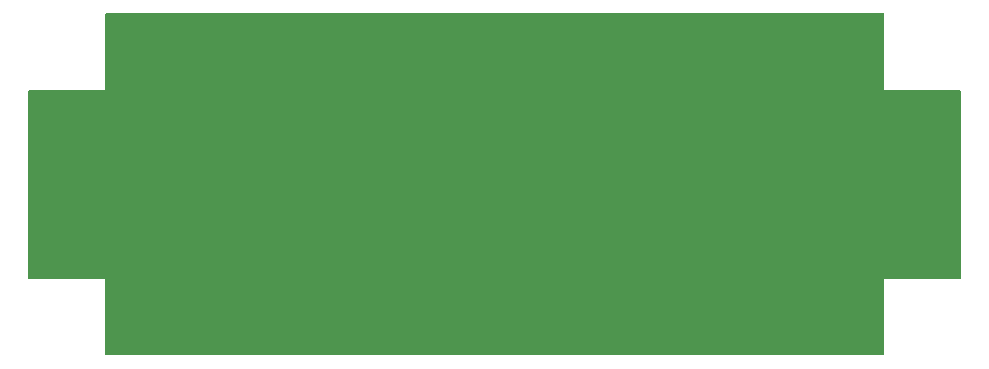
<source format=gbr>
%TF.GenerationSoftware,KiCad,Pcbnew,6.0.1-79c1e3a40b~116~ubuntu20.04.1*%
%TF.CreationDate,2022-10-21T13:42:48+09:00*%
%TF.ProjectId,HV-terminal-branch-board-2-4,48562d74-6572-46d6-996e-616c2d627261,1.0*%
%TF.SameCoordinates,Original*%
%TF.FileFunction,Copper,L2,Bot*%
%TF.FilePolarity,Positive*%
%FSLAX46Y46*%
G04 Gerber Fmt 4.6, Leading zero omitted, Abs format (unit mm)*
G04 Created by KiCad (PCBNEW 6.0.1-79c1e3a40b~116~ubuntu20.04.1) date 2022-10-21 13:42:48*
%MOMM*%
%LPD*%
G01*
G04 APERTURE LIST*
%TA.AperFunction,ComponentPad*%
%ADD10C,6.800000*%
%TD*%
%TA.AperFunction,ConnectorPad*%
%ADD11C,12.800000*%
%TD*%
%TA.AperFunction,ViaPad*%
%ADD12C,0.800000*%
%TD*%
G04 APERTURE END LIST*
D10*
%TO.P,J6,1,Pin_1*%
%TO.N,VBAT(+{slash}-)*%
X137000000Y-83000000D03*
D11*
X137000000Y-83000000D03*
%TD*%
%TO.P,J3,1,Pin_1*%
%TO.N,VBAT(+{slash}-)*%
X95000000Y-67000000D03*
D10*
X95000000Y-67000000D03*
%TD*%
%TO.P,J1,1,Pin_1*%
%TO.N,VBAT(+{slash}-)*%
X111000000Y-67000000D03*
D11*
X111000000Y-67000000D03*
%TD*%
%TO.P,J2,1,Pin_1*%
%TO.N,VBAT(+{slash}-)*%
X145000000Y-67000000D03*
D10*
X145000000Y-67000000D03*
%TD*%
%TO.P,J4,1,Pin_1*%
%TO.N,VBAT(+{slash}-)*%
X103000000Y-83000000D03*
D11*
X103000000Y-83000000D03*
%TD*%
%TO.P,J5,1,Pin_1*%
%TO.N,VBAT(+{slash}-)*%
X129000000Y-67000000D03*
D10*
X129000000Y-67000000D03*
%TD*%
D12*
%TO.N,VBAT(+{slash}-)*%
X127500000Y-75000000D03*
X144975418Y-82489104D03*
X87500000Y-65000000D03*
X125007993Y-87503790D03*
X152507993Y-65003790D03*
X107507993Y-75003790D03*
X154974023Y-79999999D03*
X154992535Y-75003789D03*
X109964466Y-80031291D03*
X122500000Y-77500000D03*
X92500000Y-85000000D03*
X152484542Y-74999999D03*
X87500000Y-87500000D03*
X120000000Y-72500000D03*
X127467312Y-84978208D03*
X112472459Y-85013290D03*
X90000000Y-87500000D03*
X142500000Y-75000000D03*
X125007993Y-75003790D03*
X85000000Y-82500000D03*
X114996248Y-74964918D03*
X122500000Y-75000000D03*
X157500000Y-75000000D03*
X137484806Y-72494289D03*
X114960714Y-84974418D03*
X120000000Y-75000000D03*
X87500000Y-82500000D03*
X95000000Y-80000000D03*
X125007993Y-77503790D03*
X114960714Y-79996209D03*
X147507993Y-80003790D03*
X90000000Y-80000000D03*
X144975418Y-84978208D03*
X152507993Y-70003790D03*
X112472459Y-82524186D03*
X112503752Y-77535082D03*
X85000000Y-70000000D03*
X94992007Y-87480753D03*
X154974023Y-82489104D03*
X87500000Y-67500000D03*
X155000000Y-77500000D03*
X102500000Y-65000000D03*
X82500000Y-67500000D03*
X85000000Y-72500000D03*
X114992007Y-87496210D03*
X114992007Y-77496210D03*
X124997097Y-80003789D03*
X117500000Y-87500000D03*
X152503808Y-67473892D03*
X120000000Y-77500000D03*
X122489104Y-84978208D03*
X102500000Y-70000000D03*
X87500000Y-62500000D03*
X154974023Y-69959206D03*
X130007993Y-75003790D03*
X117468707Y-82489104D03*
X120000000Y-82500000D03*
X152503808Y-62495684D03*
X82500000Y-77500000D03*
X122500000Y-82500000D03*
X105000000Y-75000000D03*
X120000000Y-62500000D03*
X87500000Y-85000000D03*
X152503808Y-82492894D03*
X85000000Y-75000000D03*
X154974023Y-67470102D03*
X100000000Y-72500000D03*
X90000000Y-82500000D03*
X149995815Y-79999999D03*
X92500000Y-77500000D03*
X92495871Y-82488482D03*
X104949374Y-72492625D03*
X82500000Y-70000000D03*
X137484806Y-62495684D03*
X134976813Y-72490499D03*
X117500000Y-77500000D03*
X112503752Y-87535082D03*
X145000000Y-77500000D03*
X87500000Y-80000000D03*
X109995759Y-77531292D03*
X127467312Y-82489104D03*
X82500000Y-80000000D03*
X87500000Y-77500000D03*
X157482016Y-72494289D03*
X94992007Y-74996210D03*
X147483411Y-84981998D03*
X149995815Y-82489104D03*
X102507993Y-75003790D03*
X150000000Y-77500000D03*
X154974023Y-72490499D03*
X140000000Y-72500000D03*
X109995759Y-87531292D03*
X157482016Y-67473892D03*
X135007993Y-75003790D03*
X134976813Y-62491894D03*
X92500000Y-75000000D03*
X114960714Y-82485314D03*
X152503808Y-87471102D03*
X137500000Y-75000000D03*
X157507993Y-77503790D03*
X120000000Y-65000000D03*
X149995815Y-84978208D03*
X137507993Y-67503790D03*
X140007993Y-75003790D03*
X82500000Y-82500000D03*
X120000000Y-85000000D03*
X157482016Y-80003789D03*
X157482016Y-82492894D03*
X117500000Y-62500000D03*
X120000000Y-87500000D03*
X129975305Y-87471102D03*
X97500000Y-77500000D03*
X90000000Y-75000000D03*
X92495871Y-79988482D03*
X124997097Y-84981998D03*
X94992007Y-84980753D03*
X144975418Y-87467312D03*
X95000000Y-82500000D03*
X120000000Y-70000000D03*
X117504241Y-74968708D03*
X145000000Y-80000000D03*
X152503808Y-72494289D03*
X87500000Y-72500000D03*
X127500000Y-80000000D03*
X122489104Y-79999999D03*
X82500000Y-72500000D03*
X149995815Y-87467312D03*
X110000000Y-75000000D03*
X112472459Y-80035081D03*
X152503808Y-84981998D03*
X130007993Y-77503790D03*
X137507993Y-70003790D03*
X112507993Y-75003790D03*
X102500000Y-72500000D03*
X132500000Y-75000000D03*
X147483411Y-82492894D03*
X122500000Y-62500000D03*
X87500000Y-75000000D03*
X137507993Y-65003790D03*
X125007993Y-82503790D03*
X90000000Y-85000000D03*
X122500000Y-72500000D03*
X100000000Y-75000000D03*
X157482016Y-69962996D03*
X117468707Y-79999999D03*
X102500000Y-62500000D03*
X92500000Y-87500000D03*
X117453958Y-72492625D03*
X90000000Y-72500000D03*
X142507993Y-77503790D03*
X130007993Y-80003790D03*
X102500000Y-67500000D03*
X149995815Y-72490499D03*
X147483411Y-87471102D03*
X94992007Y-77496210D03*
X147507993Y-77503790D03*
X127500000Y-77500000D03*
X150007993Y-75003790D03*
X117468707Y-84978208D03*
X120000000Y-80000000D03*
X90000000Y-77500000D03*
X85000000Y-77500000D03*
X127467312Y-87467312D03*
X85000000Y-80000000D03*
X122500000Y-87500000D03*
X85000000Y-67500000D03*
X152507993Y-77503790D03*
X120000000Y-67500000D03*
X87500000Y-70000000D03*
X145007993Y-75003790D03*
X152503808Y-80003789D03*
X147500000Y-75000000D03*
X82500000Y-75000000D03*
X97500000Y-75000000D03*
%TD*%
%TA.AperFunction,Conductor*%
%TO.N,VBAT(+{slash}-)*%
G36*
X152942121Y-60528002D02*
G01*
X152988614Y-60581658D01*
X153000000Y-60634000D01*
X153000000Y-67000000D01*
X159366000Y-67000000D01*
X159434121Y-67020002D01*
X159480614Y-67073658D01*
X159492000Y-67126000D01*
X159492000Y-82874000D01*
X159471998Y-82942121D01*
X159418342Y-82988614D01*
X159366000Y-83000000D01*
X153000000Y-83000000D01*
X153000000Y-89366000D01*
X152979998Y-89434121D01*
X152926342Y-89480614D01*
X152874000Y-89492000D01*
X87126000Y-89492000D01*
X87057879Y-89471998D01*
X87011386Y-89418342D01*
X87000000Y-89366000D01*
X87000000Y-83000000D01*
X80634000Y-83000000D01*
X80565879Y-82979998D01*
X80519386Y-82926342D01*
X80508000Y-82874000D01*
X80508000Y-67126000D01*
X80528002Y-67057879D01*
X80581658Y-67011386D01*
X80634000Y-67000000D01*
X87000000Y-67000000D01*
X87000000Y-60634000D01*
X87020002Y-60565879D01*
X87073658Y-60519386D01*
X87126000Y-60508000D01*
X152874000Y-60508000D01*
X152942121Y-60528002D01*
G37*
%TD.AperFunction*%
%TD*%
M02*

</source>
